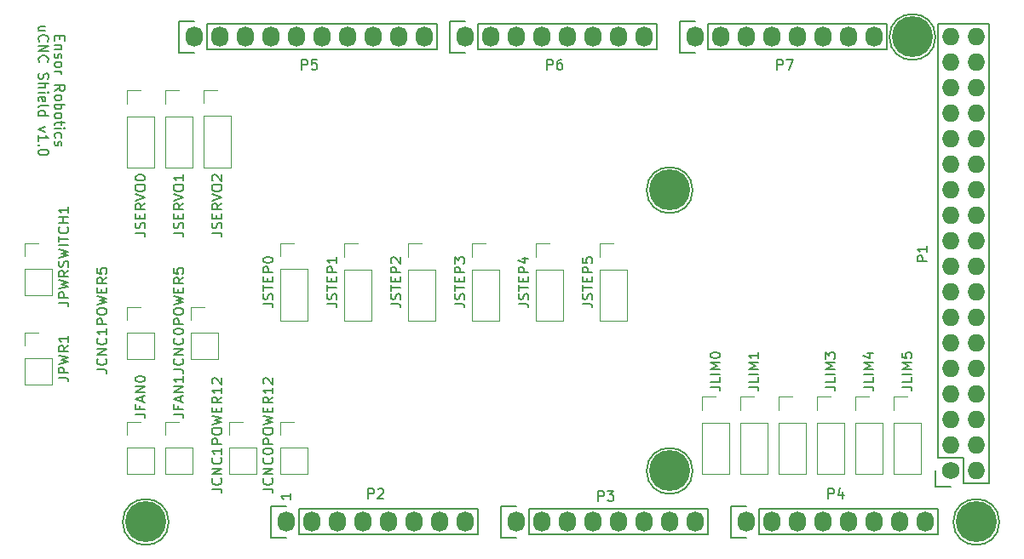
<source format=gbr>
G04 #@! TF.GenerationSoftware,KiCad,Pcbnew,6.0.2+dfsg-1*
G04 #@! TF.CreationDate,2024-04-07T16:40:58-07:00*
G04 #@! TF.ProjectId,pcb,7063622e-6b69-4636-9164-5f7063625858,rev?*
G04 #@! TF.SameCoordinates,Original*
G04 #@! TF.FileFunction,Legend,Top*
G04 #@! TF.FilePolarity,Positive*
%FSLAX46Y46*%
G04 Gerber Fmt 4.6, Leading zero omitted, Abs format (unit mm)*
G04 Created by KiCad (PCBNEW 6.0.2+dfsg-1) date 2024-04-07 16:40:58*
%MOMM*%
%LPD*%
G01*
G04 APERTURE LIST*
%ADD10C,0.150000*%
%ADD11C,0.120000*%
%ADD12C,1.727200*%
%ADD13O,1.727200X1.727200*%
%ADD14O,1.727200X2.032000*%
%ADD15C,4.064000*%
G04 APERTURE END LIST*
D10*
X108826428Y-70771428D02*
X108826428Y-71104761D01*
X108302619Y-71247619D02*
X108302619Y-70771428D01*
X109302619Y-70771428D01*
X109302619Y-71247619D01*
X108969285Y-71676190D02*
X108302619Y-71676190D01*
X108874047Y-71676190D02*
X108921666Y-71723809D01*
X108969285Y-71819047D01*
X108969285Y-71961904D01*
X108921666Y-72057142D01*
X108826428Y-72104761D01*
X108302619Y-72104761D01*
X108350238Y-72533333D02*
X108302619Y-72628571D01*
X108302619Y-72819047D01*
X108350238Y-72914285D01*
X108445476Y-72961904D01*
X108493095Y-72961904D01*
X108588333Y-72914285D01*
X108635952Y-72819047D01*
X108635952Y-72676190D01*
X108683571Y-72580952D01*
X108778809Y-72533333D01*
X108826428Y-72533333D01*
X108921666Y-72580952D01*
X108969285Y-72676190D01*
X108969285Y-72819047D01*
X108921666Y-72914285D01*
X108302619Y-73533333D02*
X108350238Y-73438095D01*
X108397857Y-73390476D01*
X108493095Y-73342857D01*
X108778809Y-73342857D01*
X108874047Y-73390476D01*
X108921666Y-73438095D01*
X108969285Y-73533333D01*
X108969285Y-73676190D01*
X108921666Y-73771428D01*
X108874047Y-73819047D01*
X108778809Y-73866666D01*
X108493095Y-73866666D01*
X108397857Y-73819047D01*
X108350238Y-73771428D01*
X108302619Y-73676190D01*
X108302619Y-73533333D01*
X108302619Y-74295238D02*
X108969285Y-74295238D01*
X108778809Y-74295238D02*
X108874047Y-74342857D01*
X108921666Y-74390476D01*
X108969285Y-74485714D01*
X108969285Y-74580952D01*
X108302619Y-76247619D02*
X108778809Y-75914285D01*
X108302619Y-75676190D02*
X109302619Y-75676190D01*
X109302619Y-76057142D01*
X109255000Y-76152380D01*
X109207380Y-76200000D01*
X109112142Y-76247619D01*
X108969285Y-76247619D01*
X108874047Y-76200000D01*
X108826428Y-76152380D01*
X108778809Y-76057142D01*
X108778809Y-75676190D01*
X108302619Y-76819047D02*
X108350238Y-76723809D01*
X108397857Y-76676190D01*
X108493095Y-76628571D01*
X108778809Y-76628571D01*
X108874047Y-76676190D01*
X108921666Y-76723809D01*
X108969285Y-76819047D01*
X108969285Y-76961904D01*
X108921666Y-77057142D01*
X108874047Y-77104761D01*
X108778809Y-77152380D01*
X108493095Y-77152380D01*
X108397857Y-77104761D01*
X108350238Y-77057142D01*
X108302619Y-76961904D01*
X108302619Y-76819047D01*
X108302619Y-77580952D02*
X109302619Y-77580952D01*
X108921666Y-77580952D02*
X108969285Y-77676190D01*
X108969285Y-77866666D01*
X108921666Y-77961904D01*
X108874047Y-78009523D01*
X108778809Y-78057142D01*
X108493095Y-78057142D01*
X108397857Y-78009523D01*
X108350238Y-77961904D01*
X108302619Y-77866666D01*
X108302619Y-77676190D01*
X108350238Y-77580952D01*
X108302619Y-78628571D02*
X108350238Y-78533333D01*
X108397857Y-78485714D01*
X108493095Y-78438095D01*
X108778809Y-78438095D01*
X108874047Y-78485714D01*
X108921666Y-78533333D01*
X108969285Y-78628571D01*
X108969285Y-78771428D01*
X108921666Y-78866666D01*
X108874047Y-78914285D01*
X108778809Y-78961904D01*
X108493095Y-78961904D01*
X108397857Y-78914285D01*
X108350238Y-78866666D01*
X108302619Y-78771428D01*
X108302619Y-78628571D01*
X108969285Y-79247619D02*
X108969285Y-79628571D01*
X109302619Y-79390476D02*
X108445476Y-79390476D01*
X108350238Y-79438095D01*
X108302619Y-79533333D01*
X108302619Y-79628571D01*
X108302619Y-79961904D02*
X108969285Y-79961904D01*
X109302619Y-79961904D02*
X109255000Y-79914285D01*
X109207380Y-79961904D01*
X109255000Y-80009523D01*
X109302619Y-79961904D01*
X109207380Y-79961904D01*
X108350238Y-80866666D02*
X108302619Y-80771428D01*
X108302619Y-80580952D01*
X108350238Y-80485714D01*
X108397857Y-80438095D01*
X108493095Y-80390476D01*
X108778809Y-80390476D01*
X108874047Y-80438095D01*
X108921666Y-80485714D01*
X108969285Y-80580952D01*
X108969285Y-80771428D01*
X108921666Y-80866666D01*
X108350238Y-81247619D02*
X108302619Y-81342857D01*
X108302619Y-81533333D01*
X108350238Y-81628571D01*
X108445476Y-81676190D01*
X108493095Y-81676190D01*
X108588333Y-81628571D01*
X108635952Y-81533333D01*
X108635952Y-81390476D01*
X108683571Y-81295238D01*
X108778809Y-81247619D01*
X108826428Y-81247619D01*
X108921666Y-81295238D01*
X108969285Y-81390476D01*
X108969285Y-81533333D01*
X108921666Y-81628571D01*
X107359285Y-70247619D02*
X106692619Y-70247619D01*
X107359285Y-69819047D02*
X106835476Y-69819047D01*
X106740238Y-69866666D01*
X106692619Y-69961904D01*
X106692619Y-70104761D01*
X106740238Y-70200000D01*
X106787857Y-70247619D01*
X106787857Y-71295238D02*
X106740238Y-71247619D01*
X106692619Y-71104761D01*
X106692619Y-71009523D01*
X106740238Y-70866666D01*
X106835476Y-70771428D01*
X106930714Y-70723809D01*
X107121190Y-70676190D01*
X107264047Y-70676190D01*
X107454523Y-70723809D01*
X107549761Y-70771428D01*
X107645000Y-70866666D01*
X107692619Y-71009523D01*
X107692619Y-71104761D01*
X107645000Y-71247619D01*
X107597380Y-71295238D01*
X106692619Y-71723809D02*
X107692619Y-71723809D01*
X106692619Y-72295238D01*
X107692619Y-72295238D01*
X106787857Y-73342857D02*
X106740238Y-73295238D01*
X106692619Y-73152380D01*
X106692619Y-73057142D01*
X106740238Y-72914285D01*
X106835476Y-72819047D01*
X106930714Y-72771428D01*
X107121190Y-72723809D01*
X107264047Y-72723809D01*
X107454523Y-72771428D01*
X107549761Y-72819047D01*
X107645000Y-72914285D01*
X107692619Y-73057142D01*
X107692619Y-73152380D01*
X107645000Y-73295238D01*
X107597380Y-73342857D01*
X106740238Y-74485714D02*
X106692619Y-74628571D01*
X106692619Y-74866666D01*
X106740238Y-74961904D01*
X106787857Y-75009523D01*
X106883095Y-75057142D01*
X106978333Y-75057142D01*
X107073571Y-75009523D01*
X107121190Y-74961904D01*
X107168809Y-74866666D01*
X107216428Y-74676190D01*
X107264047Y-74580952D01*
X107311666Y-74533333D01*
X107406904Y-74485714D01*
X107502142Y-74485714D01*
X107597380Y-74533333D01*
X107645000Y-74580952D01*
X107692619Y-74676190D01*
X107692619Y-74914285D01*
X107645000Y-75057142D01*
X106692619Y-75485714D02*
X107692619Y-75485714D01*
X106692619Y-75914285D02*
X107216428Y-75914285D01*
X107311666Y-75866666D01*
X107359285Y-75771428D01*
X107359285Y-75628571D01*
X107311666Y-75533333D01*
X107264047Y-75485714D01*
X106692619Y-76390476D02*
X107359285Y-76390476D01*
X107692619Y-76390476D02*
X107645000Y-76342857D01*
X107597380Y-76390476D01*
X107645000Y-76438095D01*
X107692619Y-76390476D01*
X107597380Y-76390476D01*
X106740238Y-77247619D02*
X106692619Y-77152380D01*
X106692619Y-76961904D01*
X106740238Y-76866666D01*
X106835476Y-76819047D01*
X107216428Y-76819047D01*
X107311666Y-76866666D01*
X107359285Y-76961904D01*
X107359285Y-77152380D01*
X107311666Y-77247619D01*
X107216428Y-77295238D01*
X107121190Y-77295238D01*
X107025952Y-76819047D01*
X106692619Y-77866666D02*
X106740238Y-77771428D01*
X106835476Y-77723809D01*
X107692619Y-77723809D01*
X106692619Y-78676190D02*
X107692619Y-78676190D01*
X106740238Y-78676190D02*
X106692619Y-78580952D01*
X106692619Y-78390476D01*
X106740238Y-78295238D01*
X106787857Y-78247619D01*
X106883095Y-78200000D01*
X107168809Y-78200000D01*
X107264047Y-78247619D01*
X107311666Y-78295238D01*
X107359285Y-78390476D01*
X107359285Y-78580952D01*
X107311666Y-78676190D01*
X107359285Y-79819047D02*
X106692619Y-80057142D01*
X107359285Y-80295238D01*
X106692619Y-81200000D02*
X106692619Y-80628571D01*
X106692619Y-80914285D02*
X107692619Y-80914285D01*
X107549761Y-80819047D01*
X107454523Y-80723809D01*
X107406904Y-80628571D01*
X106787857Y-81628571D02*
X106740238Y-81676190D01*
X106692619Y-81628571D01*
X106740238Y-81580952D01*
X106787857Y-81628571D01*
X106692619Y-81628571D01*
X107692619Y-82295238D02*
X107692619Y-82390476D01*
X107645000Y-82485714D01*
X107597380Y-82533333D01*
X107502142Y-82580952D01*
X107311666Y-82628571D01*
X107073571Y-82628571D01*
X106883095Y-82580952D01*
X106787857Y-82533333D01*
X106740238Y-82485714D01*
X106692619Y-82390476D01*
X106692619Y-82295238D01*
X106740238Y-82200000D01*
X106787857Y-82152380D01*
X106883095Y-82104761D01*
X107073571Y-82057142D01*
X107311666Y-82057142D01*
X107502142Y-82104761D01*
X107597380Y-82152380D01*
X107645000Y-82200000D01*
X107692619Y-82295238D01*
X131770380Y-116300285D02*
X131770380Y-116871714D01*
X131770380Y-116586000D02*
X130770380Y-116586000D01*
X130913238Y-116681238D01*
X131008476Y-116776476D01*
X131056095Y-116871714D01*
X195016380Y-93194095D02*
X194016380Y-93194095D01*
X194016380Y-92813142D01*
X194064000Y-92717904D01*
X194111619Y-92670285D01*
X194206857Y-92622666D01*
X194349714Y-92622666D01*
X194444952Y-92670285D01*
X194492571Y-92717904D01*
X194540190Y-92813142D01*
X194540190Y-93194095D01*
X195016380Y-91670285D02*
X195016380Y-92241714D01*
X195016380Y-91956000D02*
X194016380Y-91956000D01*
X194159238Y-92051238D01*
X194254476Y-92146476D01*
X194302095Y-92241714D01*
X139469904Y-116784380D02*
X139469904Y-115784380D01*
X139850857Y-115784380D01*
X139946095Y-115832000D01*
X139993714Y-115879619D01*
X140041333Y-115974857D01*
X140041333Y-116117714D01*
X139993714Y-116212952D01*
X139946095Y-116260571D01*
X139850857Y-116308190D01*
X139469904Y-116308190D01*
X140422285Y-115879619D02*
X140469904Y-115832000D01*
X140565142Y-115784380D01*
X140803238Y-115784380D01*
X140898476Y-115832000D01*
X140946095Y-115879619D01*
X140993714Y-115974857D01*
X140993714Y-116070095D01*
X140946095Y-116212952D01*
X140374666Y-116784380D01*
X140993714Y-116784380D01*
X162329904Y-117038380D02*
X162329904Y-116038380D01*
X162710857Y-116038380D01*
X162806095Y-116086000D01*
X162853714Y-116133619D01*
X162901333Y-116228857D01*
X162901333Y-116371714D01*
X162853714Y-116466952D01*
X162806095Y-116514571D01*
X162710857Y-116562190D01*
X162329904Y-116562190D01*
X163234666Y-116038380D02*
X163853714Y-116038380D01*
X163520380Y-116419333D01*
X163663238Y-116419333D01*
X163758476Y-116466952D01*
X163806095Y-116514571D01*
X163853714Y-116609809D01*
X163853714Y-116847904D01*
X163806095Y-116943142D01*
X163758476Y-116990761D01*
X163663238Y-117038380D01*
X163377523Y-117038380D01*
X163282285Y-116990761D01*
X163234666Y-116943142D01*
X185189904Y-116784380D02*
X185189904Y-115784380D01*
X185570857Y-115784380D01*
X185666095Y-115832000D01*
X185713714Y-115879619D01*
X185761333Y-115974857D01*
X185761333Y-116117714D01*
X185713714Y-116212952D01*
X185666095Y-116260571D01*
X185570857Y-116308190D01*
X185189904Y-116308190D01*
X186618476Y-116117714D02*
X186618476Y-116784380D01*
X186380380Y-115736761D02*
X186142285Y-116451047D01*
X186761333Y-116451047D01*
X132865904Y-74112380D02*
X132865904Y-73112380D01*
X133246857Y-73112380D01*
X133342095Y-73160000D01*
X133389714Y-73207619D01*
X133437333Y-73302857D01*
X133437333Y-73445714D01*
X133389714Y-73540952D01*
X133342095Y-73588571D01*
X133246857Y-73636190D01*
X132865904Y-73636190D01*
X134342095Y-73112380D02*
X133865904Y-73112380D01*
X133818285Y-73588571D01*
X133865904Y-73540952D01*
X133961142Y-73493333D01*
X134199238Y-73493333D01*
X134294476Y-73540952D01*
X134342095Y-73588571D01*
X134389714Y-73683809D01*
X134389714Y-73921904D01*
X134342095Y-74017142D01*
X134294476Y-74064761D01*
X134199238Y-74112380D01*
X133961142Y-74112380D01*
X133865904Y-74064761D01*
X133818285Y-74017142D01*
X157249904Y-74112380D02*
X157249904Y-73112380D01*
X157630857Y-73112380D01*
X157726095Y-73160000D01*
X157773714Y-73207619D01*
X157821333Y-73302857D01*
X157821333Y-73445714D01*
X157773714Y-73540952D01*
X157726095Y-73588571D01*
X157630857Y-73636190D01*
X157249904Y-73636190D01*
X158678476Y-73112380D02*
X158488000Y-73112380D01*
X158392761Y-73160000D01*
X158345142Y-73207619D01*
X158249904Y-73350476D01*
X158202285Y-73540952D01*
X158202285Y-73921904D01*
X158249904Y-74017142D01*
X158297523Y-74064761D01*
X158392761Y-74112380D01*
X158583238Y-74112380D01*
X158678476Y-74064761D01*
X158726095Y-74017142D01*
X158773714Y-73921904D01*
X158773714Y-73683809D01*
X158726095Y-73588571D01*
X158678476Y-73540952D01*
X158583238Y-73493333D01*
X158392761Y-73493333D01*
X158297523Y-73540952D01*
X158249904Y-73588571D01*
X158202285Y-73683809D01*
X180109904Y-74112380D02*
X180109904Y-73112380D01*
X180490857Y-73112380D01*
X180586095Y-73160000D01*
X180633714Y-73207619D01*
X180681333Y-73302857D01*
X180681333Y-73445714D01*
X180633714Y-73540952D01*
X180586095Y-73588571D01*
X180490857Y-73636190D01*
X180109904Y-73636190D01*
X181014666Y-73112380D02*
X181681333Y-73112380D01*
X181252761Y-74112380D01*
X128992380Y-97392857D02*
X129706666Y-97392857D01*
X129849523Y-97440476D01*
X129944761Y-97535714D01*
X129992380Y-97678571D01*
X129992380Y-97773809D01*
X129944761Y-96964285D02*
X129992380Y-96821428D01*
X129992380Y-96583333D01*
X129944761Y-96488095D01*
X129897142Y-96440476D01*
X129801904Y-96392857D01*
X129706666Y-96392857D01*
X129611428Y-96440476D01*
X129563809Y-96488095D01*
X129516190Y-96583333D01*
X129468571Y-96773809D01*
X129420952Y-96869047D01*
X129373333Y-96916666D01*
X129278095Y-96964285D01*
X129182857Y-96964285D01*
X129087619Y-96916666D01*
X129040000Y-96869047D01*
X128992380Y-96773809D01*
X128992380Y-96535714D01*
X129040000Y-96392857D01*
X128992380Y-96107142D02*
X128992380Y-95535714D01*
X129992380Y-95821428D02*
X128992380Y-95821428D01*
X129468571Y-95202380D02*
X129468571Y-94869047D01*
X129992380Y-94726190D02*
X129992380Y-95202380D01*
X128992380Y-95202380D01*
X128992380Y-94726190D01*
X129992380Y-94297619D02*
X128992380Y-94297619D01*
X128992380Y-93916666D01*
X129040000Y-93821428D01*
X129087619Y-93773809D01*
X129182857Y-93726190D01*
X129325714Y-93726190D01*
X129420952Y-93773809D01*
X129468571Y-93821428D01*
X129516190Y-93916666D01*
X129516190Y-94297619D01*
X128992380Y-93107142D02*
X128992380Y-93011904D01*
X129040000Y-92916666D01*
X129087619Y-92869047D01*
X129182857Y-92821428D01*
X129373333Y-92773809D01*
X129611428Y-92773809D01*
X129801904Y-92821428D01*
X129897142Y-92869047D01*
X129944761Y-92916666D01*
X129992380Y-93011904D01*
X129992380Y-93107142D01*
X129944761Y-93202380D01*
X129897142Y-93250000D01*
X129801904Y-93297619D01*
X129611428Y-93345238D01*
X129373333Y-93345238D01*
X129182857Y-93297619D01*
X129087619Y-93250000D01*
X129040000Y-93202380D01*
X128992380Y-93107142D01*
X177252380Y-105687619D02*
X177966666Y-105687619D01*
X178109523Y-105735238D01*
X178204761Y-105830476D01*
X178252380Y-105973333D01*
X178252380Y-106068571D01*
X178252380Y-104735238D02*
X178252380Y-105211428D01*
X177252380Y-105211428D01*
X178252380Y-104401904D02*
X177252380Y-104401904D01*
X178252380Y-103925714D02*
X177252380Y-103925714D01*
X177966666Y-103592380D01*
X177252380Y-103259047D01*
X178252380Y-103259047D01*
X178252380Y-102259047D02*
X178252380Y-102830476D01*
X178252380Y-102544761D02*
X177252380Y-102544761D01*
X177395238Y-102640000D01*
X177490476Y-102735238D01*
X177538095Y-102830476D01*
X120102380Y-108394285D02*
X120816666Y-108394285D01*
X120959523Y-108441904D01*
X121054761Y-108537142D01*
X121102380Y-108680000D01*
X121102380Y-108775238D01*
X120578571Y-107584761D02*
X120578571Y-107918095D01*
X121102380Y-107918095D02*
X120102380Y-107918095D01*
X120102380Y-107441904D01*
X120816666Y-107108571D02*
X120816666Y-106632380D01*
X121102380Y-107203809D02*
X120102380Y-106870476D01*
X121102380Y-106537142D01*
X121102380Y-106203809D02*
X120102380Y-106203809D01*
X121102380Y-105632380D01*
X120102380Y-105632380D01*
X121102380Y-104632380D02*
X121102380Y-105203809D01*
X121102380Y-104918095D02*
X120102380Y-104918095D01*
X120245238Y-105013333D01*
X120340476Y-105108571D01*
X120388095Y-105203809D01*
X184872380Y-105687619D02*
X185586666Y-105687619D01*
X185729523Y-105735238D01*
X185824761Y-105830476D01*
X185872380Y-105973333D01*
X185872380Y-106068571D01*
X185872380Y-104735238D02*
X185872380Y-105211428D01*
X184872380Y-105211428D01*
X185872380Y-104401904D02*
X184872380Y-104401904D01*
X185872380Y-103925714D02*
X184872380Y-103925714D01*
X185586666Y-103592380D01*
X184872380Y-103259047D01*
X185872380Y-103259047D01*
X184872380Y-102878095D02*
X184872380Y-102259047D01*
X185253333Y-102592380D01*
X185253333Y-102449523D01*
X185300952Y-102354285D01*
X185348571Y-102306666D01*
X185443809Y-102259047D01*
X185681904Y-102259047D01*
X185777142Y-102306666D01*
X185824761Y-102354285D01*
X185872380Y-102449523D01*
X185872380Y-102735238D01*
X185824761Y-102830476D01*
X185777142Y-102878095D01*
X123912380Y-115847142D02*
X124626666Y-115847142D01*
X124769523Y-115894761D01*
X124864761Y-115990000D01*
X124912380Y-116132857D01*
X124912380Y-116228095D01*
X124817142Y-114799523D02*
X124864761Y-114847142D01*
X124912380Y-114990000D01*
X124912380Y-115085238D01*
X124864761Y-115228095D01*
X124769523Y-115323333D01*
X124674285Y-115370952D01*
X124483809Y-115418571D01*
X124340952Y-115418571D01*
X124150476Y-115370952D01*
X124055238Y-115323333D01*
X123960000Y-115228095D01*
X123912380Y-115085238D01*
X123912380Y-114990000D01*
X123960000Y-114847142D01*
X124007619Y-114799523D01*
X124912380Y-114370952D02*
X123912380Y-114370952D01*
X124912380Y-113799523D01*
X123912380Y-113799523D01*
X124817142Y-112751904D02*
X124864761Y-112799523D01*
X124912380Y-112942380D01*
X124912380Y-113037619D01*
X124864761Y-113180476D01*
X124769523Y-113275714D01*
X124674285Y-113323333D01*
X124483809Y-113370952D01*
X124340952Y-113370952D01*
X124150476Y-113323333D01*
X124055238Y-113275714D01*
X123960000Y-113180476D01*
X123912380Y-113037619D01*
X123912380Y-112942380D01*
X123960000Y-112799523D01*
X124007619Y-112751904D01*
X124912380Y-111799523D02*
X124912380Y-112370952D01*
X124912380Y-112085238D02*
X123912380Y-112085238D01*
X124055238Y-112180476D01*
X124150476Y-112275714D01*
X124198095Y-112370952D01*
X124912380Y-111370952D02*
X123912380Y-111370952D01*
X123912380Y-110990000D01*
X123960000Y-110894761D01*
X124007619Y-110847142D01*
X124102857Y-110799523D01*
X124245714Y-110799523D01*
X124340952Y-110847142D01*
X124388571Y-110894761D01*
X124436190Y-110990000D01*
X124436190Y-111370952D01*
X123912380Y-110180476D02*
X123912380Y-109990000D01*
X123960000Y-109894761D01*
X124055238Y-109799523D01*
X124245714Y-109751904D01*
X124579047Y-109751904D01*
X124769523Y-109799523D01*
X124864761Y-109894761D01*
X124912380Y-109990000D01*
X124912380Y-110180476D01*
X124864761Y-110275714D01*
X124769523Y-110370952D01*
X124579047Y-110418571D01*
X124245714Y-110418571D01*
X124055238Y-110370952D01*
X123960000Y-110275714D01*
X123912380Y-110180476D01*
X123912380Y-109418571D02*
X124912380Y-109180476D01*
X124198095Y-108990000D01*
X124912380Y-108799523D01*
X123912380Y-108561428D01*
X124388571Y-108180476D02*
X124388571Y-107847142D01*
X124912380Y-107704285D02*
X124912380Y-108180476D01*
X123912380Y-108180476D01*
X123912380Y-107704285D01*
X124912380Y-106704285D02*
X124436190Y-107037619D01*
X124912380Y-107275714D02*
X123912380Y-107275714D01*
X123912380Y-106894761D01*
X123960000Y-106799523D01*
X124007619Y-106751904D01*
X124102857Y-106704285D01*
X124245714Y-106704285D01*
X124340952Y-106751904D01*
X124388571Y-106799523D01*
X124436190Y-106894761D01*
X124436190Y-107275714D01*
X124912380Y-105751904D02*
X124912380Y-106323333D01*
X124912380Y-106037619D02*
X123912380Y-106037619D01*
X124055238Y-106132857D01*
X124150476Y-106228095D01*
X124198095Y-106323333D01*
X124007619Y-105370952D02*
X123960000Y-105323333D01*
X123912380Y-105228095D01*
X123912380Y-104990000D01*
X123960000Y-104894761D01*
X124007619Y-104847142D01*
X124102857Y-104799523D01*
X124198095Y-104799523D01*
X124340952Y-104847142D01*
X124912380Y-105418571D01*
X124912380Y-104799523D01*
X160742380Y-97407857D02*
X161456666Y-97407857D01*
X161599523Y-97455476D01*
X161694761Y-97550714D01*
X161742380Y-97693571D01*
X161742380Y-97788809D01*
X161694761Y-96979285D02*
X161742380Y-96836428D01*
X161742380Y-96598333D01*
X161694761Y-96503095D01*
X161647142Y-96455476D01*
X161551904Y-96407857D01*
X161456666Y-96407857D01*
X161361428Y-96455476D01*
X161313809Y-96503095D01*
X161266190Y-96598333D01*
X161218571Y-96788809D01*
X161170952Y-96884047D01*
X161123333Y-96931666D01*
X161028095Y-96979285D01*
X160932857Y-96979285D01*
X160837619Y-96931666D01*
X160790000Y-96884047D01*
X160742380Y-96788809D01*
X160742380Y-96550714D01*
X160790000Y-96407857D01*
X160742380Y-96122142D02*
X160742380Y-95550714D01*
X161742380Y-95836428D02*
X160742380Y-95836428D01*
X161218571Y-95217380D02*
X161218571Y-94884047D01*
X161742380Y-94741190D02*
X161742380Y-95217380D01*
X160742380Y-95217380D01*
X160742380Y-94741190D01*
X161742380Y-94312619D02*
X160742380Y-94312619D01*
X160742380Y-93931666D01*
X160790000Y-93836428D01*
X160837619Y-93788809D01*
X160932857Y-93741190D01*
X161075714Y-93741190D01*
X161170952Y-93788809D01*
X161218571Y-93836428D01*
X161266190Y-93931666D01*
X161266190Y-94312619D01*
X160742380Y-92836428D02*
X160742380Y-93312619D01*
X161218571Y-93360238D01*
X161170952Y-93312619D01*
X161123333Y-93217380D01*
X161123333Y-92979285D01*
X161170952Y-92884047D01*
X161218571Y-92836428D01*
X161313809Y-92788809D01*
X161551904Y-92788809D01*
X161647142Y-92836428D01*
X161694761Y-92884047D01*
X161742380Y-92979285D01*
X161742380Y-93217380D01*
X161694761Y-93312619D01*
X161647142Y-93360238D01*
X120102380Y-103940952D02*
X120816666Y-103940952D01*
X120959523Y-103988571D01*
X121054761Y-104083809D01*
X121102380Y-104226666D01*
X121102380Y-104321904D01*
X121007142Y-102893333D02*
X121054761Y-102940952D01*
X121102380Y-103083809D01*
X121102380Y-103179047D01*
X121054761Y-103321904D01*
X120959523Y-103417142D01*
X120864285Y-103464761D01*
X120673809Y-103512380D01*
X120530952Y-103512380D01*
X120340476Y-103464761D01*
X120245238Y-103417142D01*
X120150000Y-103321904D01*
X120102380Y-103179047D01*
X120102380Y-103083809D01*
X120150000Y-102940952D01*
X120197619Y-102893333D01*
X121102380Y-102464761D02*
X120102380Y-102464761D01*
X121102380Y-101893333D01*
X120102380Y-101893333D01*
X121007142Y-100845714D02*
X121054761Y-100893333D01*
X121102380Y-101036190D01*
X121102380Y-101131428D01*
X121054761Y-101274285D01*
X120959523Y-101369523D01*
X120864285Y-101417142D01*
X120673809Y-101464761D01*
X120530952Y-101464761D01*
X120340476Y-101417142D01*
X120245238Y-101369523D01*
X120150000Y-101274285D01*
X120102380Y-101131428D01*
X120102380Y-101036190D01*
X120150000Y-100893333D01*
X120197619Y-100845714D01*
X120102380Y-100226666D02*
X120102380Y-100131428D01*
X120150000Y-100036190D01*
X120197619Y-99988571D01*
X120292857Y-99940952D01*
X120483333Y-99893333D01*
X120721428Y-99893333D01*
X120911904Y-99940952D01*
X121007142Y-99988571D01*
X121054761Y-100036190D01*
X121102380Y-100131428D01*
X121102380Y-100226666D01*
X121054761Y-100321904D01*
X121007142Y-100369523D01*
X120911904Y-100417142D01*
X120721428Y-100464761D01*
X120483333Y-100464761D01*
X120292857Y-100417142D01*
X120197619Y-100369523D01*
X120150000Y-100321904D01*
X120102380Y-100226666D01*
X121102380Y-99464761D02*
X120102380Y-99464761D01*
X120102380Y-99083809D01*
X120150000Y-98988571D01*
X120197619Y-98940952D01*
X120292857Y-98893333D01*
X120435714Y-98893333D01*
X120530952Y-98940952D01*
X120578571Y-98988571D01*
X120626190Y-99083809D01*
X120626190Y-99464761D01*
X120102380Y-98274285D02*
X120102380Y-98083809D01*
X120150000Y-97988571D01*
X120245238Y-97893333D01*
X120435714Y-97845714D01*
X120769047Y-97845714D01*
X120959523Y-97893333D01*
X121054761Y-97988571D01*
X121102380Y-98083809D01*
X121102380Y-98274285D01*
X121054761Y-98369523D01*
X120959523Y-98464761D01*
X120769047Y-98512380D01*
X120435714Y-98512380D01*
X120245238Y-98464761D01*
X120150000Y-98369523D01*
X120102380Y-98274285D01*
X120102380Y-97512380D02*
X121102380Y-97274285D01*
X120388095Y-97083809D01*
X121102380Y-96893333D01*
X120102380Y-96655238D01*
X120578571Y-96274285D02*
X120578571Y-95940952D01*
X121102380Y-95798095D02*
X121102380Y-96274285D01*
X120102380Y-96274285D01*
X120102380Y-95798095D01*
X121102380Y-94798095D02*
X120626190Y-95131428D01*
X121102380Y-95369523D02*
X120102380Y-95369523D01*
X120102380Y-94988571D01*
X120150000Y-94893333D01*
X120197619Y-94845714D01*
X120292857Y-94798095D01*
X120435714Y-94798095D01*
X120530952Y-94845714D01*
X120578571Y-94893333D01*
X120626190Y-94988571D01*
X120626190Y-95369523D01*
X120102380Y-93893333D02*
X120102380Y-94369523D01*
X120578571Y-94417142D01*
X120530952Y-94369523D01*
X120483333Y-94274285D01*
X120483333Y-94036190D01*
X120530952Y-93940952D01*
X120578571Y-93893333D01*
X120673809Y-93845714D01*
X120911904Y-93845714D01*
X121007142Y-93893333D01*
X121054761Y-93940952D01*
X121102380Y-94036190D01*
X121102380Y-94274285D01*
X121054761Y-94369523D01*
X121007142Y-94417142D01*
X123912380Y-90344285D02*
X124626666Y-90344285D01*
X124769523Y-90391904D01*
X124864761Y-90487142D01*
X124912380Y-90630000D01*
X124912380Y-90725238D01*
X124864761Y-89915714D02*
X124912380Y-89772857D01*
X124912380Y-89534761D01*
X124864761Y-89439523D01*
X124817142Y-89391904D01*
X124721904Y-89344285D01*
X124626666Y-89344285D01*
X124531428Y-89391904D01*
X124483809Y-89439523D01*
X124436190Y-89534761D01*
X124388571Y-89725238D01*
X124340952Y-89820476D01*
X124293333Y-89868095D01*
X124198095Y-89915714D01*
X124102857Y-89915714D01*
X124007619Y-89868095D01*
X123960000Y-89820476D01*
X123912380Y-89725238D01*
X123912380Y-89487142D01*
X123960000Y-89344285D01*
X124388571Y-88915714D02*
X124388571Y-88582380D01*
X124912380Y-88439523D02*
X124912380Y-88915714D01*
X123912380Y-88915714D01*
X123912380Y-88439523D01*
X124912380Y-87439523D02*
X124436190Y-87772857D01*
X124912380Y-88010952D02*
X123912380Y-88010952D01*
X123912380Y-87630000D01*
X123960000Y-87534761D01*
X124007619Y-87487142D01*
X124102857Y-87439523D01*
X124245714Y-87439523D01*
X124340952Y-87487142D01*
X124388571Y-87534761D01*
X124436190Y-87630000D01*
X124436190Y-88010952D01*
X123912380Y-87153809D02*
X124912380Y-86820476D01*
X123912380Y-86487142D01*
X123912380Y-85963333D02*
X123912380Y-85772857D01*
X123960000Y-85677619D01*
X124055238Y-85582380D01*
X124245714Y-85534761D01*
X124579047Y-85534761D01*
X124769523Y-85582380D01*
X124864761Y-85677619D01*
X124912380Y-85772857D01*
X124912380Y-85963333D01*
X124864761Y-86058571D01*
X124769523Y-86153809D01*
X124579047Y-86201428D01*
X124245714Y-86201428D01*
X124055238Y-86153809D01*
X123960000Y-86058571D01*
X123912380Y-85963333D01*
X124007619Y-85153809D02*
X123960000Y-85106190D01*
X123912380Y-85010952D01*
X123912380Y-84772857D01*
X123960000Y-84677619D01*
X124007619Y-84630000D01*
X124102857Y-84582380D01*
X124198095Y-84582380D01*
X124340952Y-84630000D01*
X124912380Y-85201428D01*
X124912380Y-84582380D01*
X188682380Y-105687619D02*
X189396666Y-105687619D01*
X189539523Y-105735238D01*
X189634761Y-105830476D01*
X189682380Y-105973333D01*
X189682380Y-106068571D01*
X189682380Y-104735238D02*
X189682380Y-105211428D01*
X188682380Y-105211428D01*
X189682380Y-104401904D02*
X188682380Y-104401904D01*
X189682380Y-103925714D02*
X188682380Y-103925714D01*
X189396666Y-103592380D01*
X188682380Y-103259047D01*
X189682380Y-103259047D01*
X189015714Y-102354285D02*
X189682380Y-102354285D01*
X188634761Y-102592380D02*
X189349047Y-102830476D01*
X189349047Y-102211428D01*
X108672380Y-104774761D02*
X109386666Y-104774761D01*
X109529523Y-104822380D01*
X109624761Y-104917619D01*
X109672380Y-105060476D01*
X109672380Y-105155714D01*
X109672380Y-104298571D02*
X108672380Y-104298571D01*
X108672380Y-103917619D01*
X108720000Y-103822380D01*
X108767619Y-103774761D01*
X108862857Y-103727142D01*
X109005714Y-103727142D01*
X109100952Y-103774761D01*
X109148571Y-103822380D01*
X109196190Y-103917619D01*
X109196190Y-104298571D01*
X108672380Y-103393809D02*
X109672380Y-103155714D01*
X108958095Y-102965238D01*
X109672380Y-102774761D01*
X108672380Y-102536666D01*
X109672380Y-101584285D02*
X109196190Y-101917619D01*
X109672380Y-102155714D02*
X108672380Y-102155714D01*
X108672380Y-101774761D01*
X108720000Y-101679523D01*
X108767619Y-101631904D01*
X108862857Y-101584285D01*
X109005714Y-101584285D01*
X109100952Y-101631904D01*
X109148571Y-101679523D01*
X109196190Y-101774761D01*
X109196190Y-102155714D01*
X109672380Y-100631904D02*
X109672380Y-101203333D01*
X109672380Y-100917619D02*
X108672380Y-100917619D01*
X108815238Y-101012857D01*
X108910476Y-101108095D01*
X108958095Y-101203333D01*
X120102380Y-90344285D02*
X120816666Y-90344285D01*
X120959523Y-90391904D01*
X121054761Y-90487142D01*
X121102380Y-90630000D01*
X121102380Y-90725238D01*
X121054761Y-89915714D02*
X121102380Y-89772857D01*
X121102380Y-89534761D01*
X121054761Y-89439523D01*
X121007142Y-89391904D01*
X120911904Y-89344285D01*
X120816666Y-89344285D01*
X120721428Y-89391904D01*
X120673809Y-89439523D01*
X120626190Y-89534761D01*
X120578571Y-89725238D01*
X120530952Y-89820476D01*
X120483333Y-89868095D01*
X120388095Y-89915714D01*
X120292857Y-89915714D01*
X120197619Y-89868095D01*
X120150000Y-89820476D01*
X120102380Y-89725238D01*
X120102380Y-89487142D01*
X120150000Y-89344285D01*
X120578571Y-88915714D02*
X120578571Y-88582380D01*
X121102380Y-88439523D02*
X121102380Y-88915714D01*
X120102380Y-88915714D01*
X120102380Y-88439523D01*
X121102380Y-87439523D02*
X120626190Y-87772857D01*
X121102380Y-88010952D02*
X120102380Y-88010952D01*
X120102380Y-87630000D01*
X120150000Y-87534761D01*
X120197619Y-87487142D01*
X120292857Y-87439523D01*
X120435714Y-87439523D01*
X120530952Y-87487142D01*
X120578571Y-87534761D01*
X120626190Y-87630000D01*
X120626190Y-88010952D01*
X120102380Y-87153809D02*
X121102380Y-86820476D01*
X120102380Y-86487142D01*
X120102380Y-85963333D02*
X120102380Y-85772857D01*
X120150000Y-85677619D01*
X120245238Y-85582380D01*
X120435714Y-85534761D01*
X120769047Y-85534761D01*
X120959523Y-85582380D01*
X121054761Y-85677619D01*
X121102380Y-85772857D01*
X121102380Y-85963333D01*
X121054761Y-86058571D01*
X120959523Y-86153809D01*
X120769047Y-86201428D01*
X120435714Y-86201428D01*
X120245238Y-86153809D01*
X120150000Y-86058571D01*
X120102380Y-85963333D01*
X121102380Y-84582380D02*
X121102380Y-85153809D01*
X121102380Y-84868095D02*
X120102380Y-84868095D01*
X120245238Y-84963333D01*
X120340476Y-85058571D01*
X120388095Y-85153809D01*
X135342380Y-97392857D02*
X136056666Y-97392857D01*
X136199523Y-97440476D01*
X136294761Y-97535714D01*
X136342380Y-97678571D01*
X136342380Y-97773809D01*
X136294761Y-96964285D02*
X136342380Y-96821428D01*
X136342380Y-96583333D01*
X136294761Y-96488095D01*
X136247142Y-96440476D01*
X136151904Y-96392857D01*
X136056666Y-96392857D01*
X135961428Y-96440476D01*
X135913809Y-96488095D01*
X135866190Y-96583333D01*
X135818571Y-96773809D01*
X135770952Y-96869047D01*
X135723333Y-96916666D01*
X135628095Y-96964285D01*
X135532857Y-96964285D01*
X135437619Y-96916666D01*
X135390000Y-96869047D01*
X135342380Y-96773809D01*
X135342380Y-96535714D01*
X135390000Y-96392857D01*
X135342380Y-96107142D02*
X135342380Y-95535714D01*
X136342380Y-95821428D02*
X135342380Y-95821428D01*
X135818571Y-95202380D02*
X135818571Y-94869047D01*
X136342380Y-94726190D02*
X136342380Y-95202380D01*
X135342380Y-95202380D01*
X135342380Y-94726190D01*
X136342380Y-94297619D02*
X135342380Y-94297619D01*
X135342380Y-93916666D01*
X135390000Y-93821428D01*
X135437619Y-93773809D01*
X135532857Y-93726190D01*
X135675714Y-93726190D01*
X135770952Y-93773809D01*
X135818571Y-93821428D01*
X135866190Y-93916666D01*
X135866190Y-94297619D01*
X136342380Y-92773809D02*
X136342380Y-93345238D01*
X136342380Y-93059523D02*
X135342380Y-93059523D01*
X135485238Y-93154761D01*
X135580476Y-93250000D01*
X135628095Y-93345238D01*
X128992380Y-115847142D02*
X129706666Y-115847142D01*
X129849523Y-115894761D01*
X129944761Y-115990000D01*
X129992380Y-116132857D01*
X129992380Y-116228095D01*
X129897142Y-114799523D02*
X129944761Y-114847142D01*
X129992380Y-114990000D01*
X129992380Y-115085238D01*
X129944761Y-115228095D01*
X129849523Y-115323333D01*
X129754285Y-115370952D01*
X129563809Y-115418571D01*
X129420952Y-115418571D01*
X129230476Y-115370952D01*
X129135238Y-115323333D01*
X129040000Y-115228095D01*
X128992380Y-115085238D01*
X128992380Y-114990000D01*
X129040000Y-114847142D01*
X129087619Y-114799523D01*
X129992380Y-114370952D02*
X128992380Y-114370952D01*
X129992380Y-113799523D01*
X128992380Y-113799523D01*
X129897142Y-112751904D02*
X129944761Y-112799523D01*
X129992380Y-112942380D01*
X129992380Y-113037619D01*
X129944761Y-113180476D01*
X129849523Y-113275714D01*
X129754285Y-113323333D01*
X129563809Y-113370952D01*
X129420952Y-113370952D01*
X129230476Y-113323333D01*
X129135238Y-113275714D01*
X129040000Y-113180476D01*
X128992380Y-113037619D01*
X128992380Y-112942380D01*
X129040000Y-112799523D01*
X129087619Y-112751904D01*
X128992380Y-112132857D02*
X128992380Y-112037619D01*
X129040000Y-111942380D01*
X129087619Y-111894761D01*
X129182857Y-111847142D01*
X129373333Y-111799523D01*
X129611428Y-111799523D01*
X129801904Y-111847142D01*
X129897142Y-111894761D01*
X129944761Y-111942380D01*
X129992380Y-112037619D01*
X129992380Y-112132857D01*
X129944761Y-112228095D01*
X129897142Y-112275714D01*
X129801904Y-112323333D01*
X129611428Y-112370952D01*
X129373333Y-112370952D01*
X129182857Y-112323333D01*
X129087619Y-112275714D01*
X129040000Y-112228095D01*
X128992380Y-112132857D01*
X129992380Y-111370952D02*
X128992380Y-111370952D01*
X128992380Y-110990000D01*
X129040000Y-110894761D01*
X129087619Y-110847142D01*
X129182857Y-110799523D01*
X129325714Y-110799523D01*
X129420952Y-110847142D01*
X129468571Y-110894761D01*
X129516190Y-110990000D01*
X129516190Y-111370952D01*
X128992380Y-110180476D02*
X128992380Y-109990000D01*
X129040000Y-109894761D01*
X129135238Y-109799523D01*
X129325714Y-109751904D01*
X129659047Y-109751904D01*
X129849523Y-109799523D01*
X129944761Y-109894761D01*
X129992380Y-109990000D01*
X129992380Y-110180476D01*
X129944761Y-110275714D01*
X129849523Y-110370952D01*
X129659047Y-110418571D01*
X129325714Y-110418571D01*
X129135238Y-110370952D01*
X129040000Y-110275714D01*
X128992380Y-110180476D01*
X128992380Y-109418571D02*
X129992380Y-109180476D01*
X129278095Y-108990000D01*
X129992380Y-108799523D01*
X128992380Y-108561428D01*
X129468571Y-108180476D02*
X129468571Y-107847142D01*
X129992380Y-107704285D02*
X129992380Y-108180476D01*
X128992380Y-108180476D01*
X128992380Y-107704285D01*
X129992380Y-106704285D02*
X129516190Y-107037619D01*
X129992380Y-107275714D02*
X128992380Y-107275714D01*
X128992380Y-106894761D01*
X129040000Y-106799523D01*
X129087619Y-106751904D01*
X129182857Y-106704285D01*
X129325714Y-106704285D01*
X129420952Y-106751904D01*
X129468571Y-106799523D01*
X129516190Y-106894761D01*
X129516190Y-107275714D01*
X129992380Y-105751904D02*
X129992380Y-106323333D01*
X129992380Y-106037619D02*
X128992380Y-106037619D01*
X129135238Y-106132857D01*
X129230476Y-106228095D01*
X129278095Y-106323333D01*
X129087619Y-105370952D02*
X129040000Y-105323333D01*
X128992380Y-105228095D01*
X128992380Y-104990000D01*
X129040000Y-104894761D01*
X129087619Y-104847142D01*
X129182857Y-104799523D01*
X129278095Y-104799523D01*
X129420952Y-104847142D01*
X129992380Y-105418571D01*
X129992380Y-104799523D01*
X148042380Y-97407857D02*
X148756666Y-97407857D01*
X148899523Y-97455476D01*
X148994761Y-97550714D01*
X149042380Y-97693571D01*
X149042380Y-97788809D01*
X148994761Y-96979285D02*
X149042380Y-96836428D01*
X149042380Y-96598333D01*
X148994761Y-96503095D01*
X148947142Y-96455476D01*
X148851904Y-96407857D01*
X148756666Y-96407857D01*
X148661428Y-96455476D01*
X148613809Y-96503095D01*
X148566190Y-96598333D01*
X148518571Y-96788809D01*
X148470952Y-96884047D01*
X148423333Y-96931666D01*
X148328095Y-96979285D01*
X148232857Y-96979285D01*
X148137619Y-96931666D01*
X148090000Y-96884047D01*
X148042380Y-96788809D01*
X148042380Y-96550714D01*
X148090000Y-96407857D01*
X148042380Y-96122142D02*
X148042380Y-95550714D01*
X149042380Y-95836428D02*
X148042380Y-95836428D01*
X148518571Y-95217380D02*
X148518571Y-94884047D01*
X149042380Y-94741190D02*
X149042380Y-95217380D01*
X148042380Y-95217380D01*
X148042380Y-94741190D01*
X149042380Y-94312619D02*
X148042380Y-94312619D01*
X148042380Y-93931666D01*
X148090000Y-93836428D01*
X148137619Y-93788809D01*
X148232857Y-93741190D01*
X148375714Y-93741190D01*
X148470952Y-93788809D01*
X148518571Y-93836428D01*
X148566190Y-93931666D01*
X148566190Y-94312619D01*
X148042380Y-93407857D02*
X148042380Y-92788809D01*
X148423333Y-93122142D01*
X148423333Y-92979285D01*
X148470952Y-92884047D01*
X148518571Y-92836428D01*
X148613809Y-92788809D01*
X148851904Y-92788809D01*
X148947142Y-92836428D01*
X148994761Y-92884047D01*
X149042380Y-92979285D01*
X149042380Y-93265000D01*
X148994761Y-93360238D01*
X148947142Y-93407857D01*
X192492380Y-105687619D02*
X193206666Y-105687619D01*
X193349523Y-105735238D01*
X193444761Y-105830476D01*
X193492380Y-105973333D01*
X193492380Y-106068571D01*
X193492380Y-104735238D02*
X193492380Y-105211428D01*
X192492380Y-105211428D01*
X193492380Y-104401904D02*
X192492380Y-104401904D01*
X193492380Y-103925714D02*
X192492380Y-103925714D01*
X193206666Y-103592380D01*
X192492380Y-103259047D01*
X193492380Y-103259047D01*
X192492380Y-102306666D02*
X192492380Y-102782857D01*
X192968571Y-102830476D01*
X192920952Y-102782857D01*
X192873333Y-102687619D01*
X192873333Y-102449523D01*
X192920952Y-102354285D01*
X192968571Y-102306666D01*
X193063809Y-102259047D01*
X193301904Y-102259047D01*
X193397142Y-102306666D01*
X193444761Y-102354285D01*
X193492380Y-102449523D01*
X193492380Y-102687619D01*
X193444761Y-102782857D01*
X193397142Y-102830476D01*
X141692380Y-97407857D02*
X142406666Y-97407857D01*
X142549523Y-97455476D01*
X142644761Y-97550714D01*
X142692380Y-97693571D01*
X142692380Y-97788809D01*
X142644761Y-96979285D02*
X142692380Y-96836428D01*
X142692380Y-96598333D01*
X142644761Y-96503095D01*
X142597142Y-96455476D01*
X142501904Y-96407857D01*
X142406666Y-96407857D01*
X142311428Y-96455476D01*
X142263809Y-96503095D01*
X142216190Y-96598333D01*
X142168571Y-96788809D01*
X142120952Y-96884047D01*
X142073333Y-96931666D01*
X141978095Y-96979285D01*
X141882857Y-96979285D01*
X141787619Y-96931666D01*
X141740000Y-96884047D01*
X141692380Y-96788809D01*
X141692380Y-96550714D01*
X141740000Y-96407857D01*
X141692380Y-96122142D02*
X141692380Y-95550714D01*
X142692380Y-95836428D02*
X141692380Y-95836428D01*
X142168571Y-95217380D02*
X142168571Y-94884047D01*
X142692380Y-94741190D02*
X142692380Y-95217380D01*
X141692380Y-95217380D01*
X141692380Y-94741190D01*
X142692380Y-94312619D02*
X141692380Y-94312619D01*
X141692380Y-93931666D01*
X141740000Y-93836428D01*
X141787619Y-93788809D01*
X141882857Y-93741190D01*
X142025714Y-93741190D01*
X142120952Y-93788809D01*
X142168571Y-93836428D01*
X142216190Y-93931666D01*
X142216190Y-94312619D01*
X141787619Y-93360238D02*
X141740000Y-93312619D01*
X141692380Y-93217380D01*
X141692380Y-92979285D01*
X141740000Y-92884047D01*
X141787619Y-92836428D01*
X141882857Y-92788809D01*
X141978095Y-92788809D01*
X142120952Y-92836428D01*
X142692380Y-93407857D01*
X142692380Y-92788809D01*
X154392380Y-97407857D02*
X155106666Y-97407857D01*
X155249523Y-97455476D01*
X155344761Y-97550714D01*
X155392380Y-97693571D01*
X155392380Y-97788809D01*
X155344761Y-96979285D02*
X155392380Y-96836428D01*
X155392380Y-96598333D01*
X155344761Y-96503095D01*
X155297142Y-96455476D01*
X155201904Y-96407857D01*
X155106666Y-96407857D01*
X155011428Y-96455476D01*
X154963809Y-96503095D01*
X154916190Y-96598333D01*
X154868571Y-96788809D01*
X154820952Y-96884047D01*
X154773333Y-96931666D01*
X154678095Y-96979285D01*
X154582857Y-96979285D01*
X154487619Y-96931666D01*
X154440000Y-96884047D01*
X154392380Y-96788809D01*
X154392380Y-96550714D01*
X154440000Y-96407857D01*
X154392380Y-96122142D02*
X154392380Y-95550714D01*
X155392380Y-95836428D02*
X154392380Y-95836428D01*
X154868571Y-95217380D02*
X154868571Y-94884047D01*
X155392380Y-94741190D02*
X155392380Y-95217380D01*
X154392380Y-95217380D01*
X154392380Y-94741190D01*
X155392380Y-94312619D02*
X154392380Y-94312619D01*
X154392380Y-93931666D01*
X154440000Y-93836428D01*
X154487619Y-93788809D01*
X154582857Y-93741190D01*
X154725714Y-93741190D01*
X154820952Y-93788809D01*
X154868571Y-93836428D01*
X154916190Y-93931666D01*
X154916190Y-94312619D01*
X154725714Y-92884047D02*
X155392380Y-92884047D01*
X154344761Y-93122142D02*
X155059047Y-93360238D01*
X155059047Y-92741190D01*
X112482380Y-103940952D02*
X113196666Y-103940952D01*
X113339523Y-103988571D01*
X113434761Y-104083809D01*
X113482380Y-104226666D01*
X113482380Y-104321904D01*
X113387142Y-102893333D02*
X113434761Y-102940952D01*
X113482380Y-103083809D01*
X113482380Y-103179047D01*
X113434761Y-103321904D01*
X113339523Y-103417142D01*
X113244285Y-103464761D01*
X113053809Y-103512380D01*
X112910952Y-103512380D01*
X112720476Y-103464761D01*
X112625238Y-103417142D01*
X112530000Y-103321904D01*
X112482380Y-103179047D01*
X112482380Y-103083809D01*
X112530000Y-102940952D01*
X112577619Y-102893333D01*
X113482380Y-102464761D02*
X112482380Y-102464761D01*
X113482380Y-101893333D01*
X112482380Y-101893333D01*
X113387142Y-100845714D02*
X113434761Y-100893333D01*
X113482380Y-101036190D01*
X113482380Y-101131428D01*
X113434761Y-101274285D01*
X113339523Y-101369523D01*
X113244285Y-101417142D01*
X113053809Y-101464761D01*
X112910952Y-101464761D01*
X112720476Y-101417142D01*
X112625238Y-101369523D01*
X112530000Y-101274285D01*
X112482380Y-101131428D01*
X112482380Y-101036190D01*
X112530000Y-100893333D01*
X112577619Y-100845714D01*
X113482380Y-99893333D02*
X113482380Y-100464761D01*
X113482380Y-100179047D02*
X112482380Y-100179047D01*
X112625238Y-100274285D01*
X112720476Y-100369523D01*
X112768095Y-100464761D01*
X113482380Y-99464761D02*
X112482380Y-99464761D01*
X112482380Y-99083809D01*
X112530000Y-98988571D01*
X112577619Y-98940952D01*
X112672857Y-98893333D01*
X112815714Y-98893333D01*
X112910952Y-98940952D01*
X112958571Y-98988571D01*
X113006190Y-99083809D01*
X113006190Y-99464761D01*
X112482380Y-98274285D02*
X112482380Y-98083809D01*
X112530000Y-97988571D01*
X112625238Y-97893333D01*
X112815714Y-97845714D01*
X113149047Y-97845714D01*
X113339523Y-97893333D01*
X113434761Y-97988571D01*
X113482380Y-98083809D01*
X113482380Y-98274285D01*
X113434761Y-98369523D01*
X113339523Y-98464761D01*
X113149047Y-98512380D01*
X112815714Y-98512380D01*
X112625238Y-98464761D01*
X112530000Y-98369523D01*
X112482380Y-98274285D01*
X112482380Y-97512380D02*
X113482380Y-97274285D01*
X112768095Y-97083809D01*
X113482380Y-96893333D01*
X112482380Y-96655238D01*
X112958571Y-96274285D02*
X112958571Y-95940952D01*
X113482380Y-95798095D02*
X113482380Y-96274285D01*
X112482380Y-96274285D01*
X112482380Y-95798095D01*
X113482380Y-94798095D02*
X113006190Y-95131428D01*
X113482380Y-95369523D02*
X112482380Y-95369523D01*
X112482380Y-94988571D01*
X112530000Y-94893333D01*
X112577619Y-94845714D01*
X112672857Y-94798095D01*
X112815714Y-94798095D01*
X112910952Y-94845714D01*
X112958571Y-94893333D01*
X113006190Y-94988571D01*
X113006190Y-95369523D01*
X112482380Y-93893333D02*
X112482380Y-94369523D01*
X112958571Y-94417142D01*
X112910952Y-94369523D01*
X112863333Y-94274285D01*
X112863333Y-94036190D01*
X112910952Y-93940952D01*
X112958571Y-93893333D01*
X113053809Y-93845714D01*
X113291904Y-93845714D01*
X113387142Y-93893333D01*
X113434761Y-93940952D01*
X113482380Y-94036190D01*
X113482380Y-94274285D01*
X113434761Y-94369523D01*
X113387142Y-94417142D01*
X108672380Y-97305238D02*
X109386666Y-97305238D01*
X109529523Y-97352857D01*
X109624761Y-97448095D01*
X109672380Y-97590952D01*
X109672380Y-97686190D01*
X109672380Y-96829047D02*
X108672380Y-96829047D01*
X108672380Y-96448095D01*
X108720000Y-96352857D01*
X108767619Y-96305238D01*
X108862857Y-96257619D01*
X109005714Y-96257619D01*
X109100952Y-96305238D01*
X109148571Y-96352857D01*
X109196190Y-96448095D01*
X109196190Y-96829047D01*
X108672380Y-95924285D02*
X109672380Y-95686190D01*
X108958095Y-95495714D01*
X109672380Y-95305238D01*
X108672380Y-95067142D01*
X109672380Y-94114761D02*
X109196190Y-94448095D01*
X109672380Y-94686190D02*
X108672380Y-94686190D01*
X108672380Y-94305238D01*
X108720000Y-94210000D01*
X108767619Y-94162380D01*
X108862857Y-94114761D01*
X109005714Y-94114761D01*
X109100952Y-94162380D01*
X109148571Y-94210000D01*
X109196190Y-94305238D01*
X109196190Y-94686190D01*
X109624761Y-93733809D02*
X109672380Y-93590952D01*
X109672380Y-93352857D01*
X109624761Y-93257619D01*
X109577142Y-93210000D01*
X109481904Y-93162380D01*
X109386666Y-93162380D01*
X109291428Y-93210000D01*
X109243809Y-93257619D01*
X109196190Y-93352857D01*
X109148571Y-93543333D01*
X109100952Y-93638571D01*
X109053333Y-93686190D01*
X108958095Y-93733809D01*
X108862857Y-93733809D01*
X108767619Y-93686190D01*
X108720000Y-93638571D01*
X108672380Y-93543333D01*
X108672380Y-93305238D01*
X108720000Y-93162380D01*
X108672380Y-92829047D02*
X109672380Y-92590952D01*
X108958095Y-92400476D01*
X109672380Y-92210000D01*
X108672380Y-91971904D01*
X109672380Y-91590952D02*
X108672380Y-91590952D01*
X108672380Y-91257619D02*
X108672380Y-90686190D01*
X109672380Y-90971904D02*
X108672380Y-90971904D01*
X109577142Y-89781428D02*
X109624761Y-89829047D01*
X109672380Y-89971904D01*
X109672380Y-90067142D01*
X109624761Y-90210000D01*
X109529523Y-90305238D01*
X109434285Y-90352857D01*
X109243809Y-90400476D01*
X109100952Y-90400476D01*
X108910476Y-90352857D01*
X108815238Y-90305238D01*
X108720000Y-90210000D01*
X108672380Y-90067142D01*
X108672380Y-89971904D01*
X108720000Y-89829047D01*
X108767619Y-89781428D01*
X109672380Y-89352857D02*
X108672380Y-89352857D01*
X109148571Y-89352857D02*
X109148571Y-88781428D01*
X109672380Y-88781428D02*
X108672380Y-88781428D01*
X109672380Y-87781428D02*
X109672380Y-88352857D01*
X109672380Y-88067142D02*
X108672380Y-88067142D01*
X108815238Y-88162380D01*
X108910476Y-88257619D01*
X108958095Y-88352857D01*
X173442380Y-105687619D02*
X174156666Y-105687619D01*
X174299523Y-105735238D01*
X174394761Y-105830476D01*
X174442380Y-105973333D01*
X174442380Y-106068571D01*
X174442380Y-104735238D02*
X174442380Y-105211428D01*
X173442380Y-105211428D01*
X174442380Y-104401904D02*
X173442380Y-104401904D01*
X174442380Y-103925714D02*
X173442380Y-103925714D01*
X174156666Y-103592380D01*
X173442380Y-103259047D01*
X174442380Y-103259047D01*
X173442380Y-102592380D02*
X173442380Y-102497142D01*
X173490000Y-102401904D01*
X173537619Y-102354285D01*
X173632857Y-102306666D01*
X173823333Y-102259047D01*
X174061428Y-102259047D01*
X174251904Y-102306666D01*
X174347142Y-102354285D01*
X174394761Y-102401904D01*
X174442380Y-102497142D01*
X174442380Y-102592380D01*
X174394761Y-102687619D01*
X174347142Y-102735238D01*
X174251904Y-102782857D01*
X174061428Y-102830476D01*
X173823333Y-102830476D01*
X173632857Y-102782857D01*
X173537619Y-102735238D01*
X173490000Y-102687619D01*
X173442380Y-102592380D01*
X116292380Y-90344285D02*
X117006666Y-90344285D01*
X117149523Y-90391904D01*
X117244761Y-90487142D01*
X117292380Y-90630000D01*
X117292380Y-90725238D01*
X117244761Y-89915714D02*
X117292380Y-89772857D01*
X117292380Y-89534761D01*
X117244761Y-89439523D01*
X117197142Y-89391904D01*
X117101904Y-89344285D01*
X117006666Y-89344285D01*
X116911428Y-89391904D01*
X116863809Y-89439523D01*
X116816190Y-89534761D01*
X116768571Y-89725238D01*
X116720952Y-89820476D01*
X116673333Y-89868095D01*
X116578095Y-89915714D01*
X116482857Y-89915714D01*
X116387619Y-89868095D01*
X116340000Y-89820476D01*
X116292380Y-89725238D01*
X116292380Y-89487142D01*
X116340000Y-89344285D01*
X116768571Y-88915714D02*
X116768571Y-88582380D01*
X117292380Y-88439523D02*
X117292380Y-88915714D01*
X116292380Y-88915714D01*
X116292380Y-88439523D01*
X117292380Y-87439523D02*
X116816190Y-87772857D01*
X117292380Y-88010952D02*
X116292380Y-88010952D01*
X116292380Y-87630000D01*
X116340000Y-87534761D01*
X116387619Y-87487142D01*
X116482857Y-87439523D01*
X116625714Y-87439523D01*
X116720952Y-87487142D01*
X116768571Y-87534761D01*
X116816190Y-87630000D01*
X116816190Y-88010952D01*
X116292380Y-87153809D02*
X117292380Y-86820476D01*
X116292380Y-86487142D01*
X116292380Y-85963333D02*
X116292380Y-85772857D01*
X116340000Y-85677619D01*
X116435238Y-85582380D01*
X116625714Y-85534761D01*
X116959047Y-85534761D01*
X117149523Y-85582380D01*
X117244761Y-85677619D01*
X117292380Y-85772857D01*
X117292380Y-85963333D01*
X117244761Y-86058571D01*
X117149523Y-86153809D01*
X116959047Y-86201428D01*
X116625714Y-86201428D01*
X116435238Y-86153809D01*
X116340000Y-86058571D01*
X116292380Y-85963333D01*
X116292380Y-84915714D02*
X116292380Y-84820476D01*
X116340000Y-84725238D01*
X116387619Y-84677619D01*
X116482857Y-84630000D01*
X116673333Y-84582380D01*
X116911428Y-84582380D01*
X117101904Y-84630000D01*
X117197142Y-84677619D01*
X117244761Y-84725238D01*
X117292380Y-84820476D01*
X117292380Y-84915714D01*
X117244761Y-85010952D01*
X117197142Y-85058571D01*
X117101904Y-85106190D01*
X116911428Y-85153809D01*
X116673333Y-85153809D01*
X116482857Y-85106190D01*
X116387619Y-85058571D01*
X116340000Y-85010952D01*
X116292380Y-84915714D01*
X116292380Y-108394285D02*
X117006666Y-108394285D01*
X117149523Y-108441904D01*
X117244761Y-108537142D01*
X117292380Y-108680000D01*
X117292380Y-108775238D01*
X116768571Y-107584761D02*
X116768571Y-107918095D01*
X117292380Y-107918095D02*
X116292380Y-107918095D01*
X116292380Y-107441904D01*
X117006666Y-107108571D02*
X117006666Y-106632380D01*
X117292380Y-107203809D02*
X116292380Y-106870476D01*
X117292380Y-106537142D01*
X117292380Y-106203809D02*
X116292380Y-106203809D01*
X117292380Y-105632380D01*
X116292380Y-105632380D01*
X116292380Y-104965714D02*
X116292380Y-104870476D01*
X116340000Y-104775238D01*
X116387619Y-104727619D01*
X116482857Y-104680000D01*
X116673333Y-104632380D01*
X116911428Y-104632380D01*
X117101904Y-104680000D01*
X117197142Y-104727619D01*
X117244761Y-104775238D01*
X117292380Y-104870476D01*
X117292380Y-104965714D01*
X117244761Y-105060952D01*
X117197142Y-105108571D01*
X117101904Y-105156190D01*
X116911428Y-105203809D01*
X116673333Y-105203809D01*
X116482857Y-105156190D01*
X116387619Y-105108571D01*
X116340000Y-105060952D01*
X116292380Y-104965714D01*
X198628000Y-115316000D02*
X198628000Y-112776000D01*
X196088000Y-69596000D02*
X196088000Y-112776000D01*
X201168000Y-115316000D02*
X201168000Y-69596000D01*
X195808000Y-114046000D02*
X195808000Y-115596000D01*
X195808000Y-115596000D02*
X197358000Y-115596000D01*
X201168000Y-69596000D02*
X196088000Y-69596000D01*
X198628000Y-112776000D02*
X196088000Y-112776000D01*
X201168000Y-115316000D02*
X198628000Y-115316000D01*
X150368000Y-117856000D02*
X132588000Y-117856000D01*
X150368000Y-120396000D02*
X150368000Y-117856000D01*
X132588000Y-120396000D02*
X150368000Y-120396000D01*
X132588000Y-120396000D02*
X132588000Y-117856000D01*
X131318000Y-117576000D02*
X129768000Y-117576000D01*
X129768000Y-120676000D02*
X131318000Y-120676000D01*
X129768000Y-117576000D02*
X129768000Y-120676000D01*
X152628000Y-117576000D02*
X152628000Y-120676000D01*
X154178000Y-117576000D02*
X152628000Y-117576000D01*
X155448000Y-120396000D02*
X173228000Y-120396000D01*
X173228000Y-117856000D02*
X155448000Y-117856000D01*
X173228000Y-120396000D02*
X173228000Y-117856000D01*
X152628000Y-120676000D02*
X154178000Y-120676000D01*
X155448000Y-120396000D02*
X155448000Y-117856000D01*
X175488000Y-120676000D02*
X177038000Y-120676000D01*
X178308000Y-120396000D02*
X196088000Y-120396000D01*
X175488000Y-117576000D02*
X175488000Y-120676000D01*
X178308000Y-120396000D02*
X178308000Y-117856000D01*
X196088000Y-117856000D02*
X178308000Y-117856000D01*
X196088000Y-120396000D02*
X196088000Y-117856000D01*
X177038000Y-117576000D02*
X175488000Y-117576000D01*
X123444000Y-72136000D02*
X146304000Y-72136000D01*
X120624000Y-72416000D02*
X122174000Y-72416000D01*
X123444000Y-72136000D02*
X123444000Y-69596000D01*
X122174000Y-69316000D02*
X120624000Y-69316000D01*
X146304000Y-69596000D02*
X123444000Y-69596000D01*
X146304000Y-72136000D02*
X146304000Y-69596000D01*
X120624000Y-69316000D02*
X120624000Y-72416000D01*
X147548000Y-69316000D02*
X147548000Y-72416000D01*
X168148000Y-69596000D02*
X150368000Y-69596000D01*
X168148000Y-72136000D02*
X168148000Y-69596000D01*
X150368000Y-72136000D02*
X168148000Y-72136000D01*
X149098000Y-69316000D02*
X147548000Y-69316000D01*
X147548000Y-72416000D02*
X149098000Y-72416000D01*
X150368000Y-72136000D02*
X150368000Y-69596000D01*
X191008000Y-72136000D02*
X191008000Y-69596000D01*
X173228000Y-72136000D02*
X191008000Y-72136000D01*
X191008000Y-69596000D02*
X173228000Y-69596000D01*
X173228000Y-72136000D02*
X173228000Y-69596000D01*
X170408000Y-69316000D02*
X170408000Y-72416000D01*
X170408000Y-72416000D02*
X171958000Y-72416000D01*
X171958000Y-69316000D02*
X170408000Y-69316000D01*
X119634000Y-119126000D02*
G75*
G03*
X119634000Y-119126000I-2286000J0D01*
G01*
X171704000Y-114046000D02*
G75*
G03*
X171704000Y-114046000I-2286000J0D01*
G01*
X202184000Y-119126000D02*
G75*
G03*
X202184000Y-119126000I-2286000J0D01*
G01*
X171704000Y-86106000D02*
G75*
G03*
X171704000Y-86106000I-2286000J0D01*
G01*
X195834000Y-70866000D02*
G75*
G03*
X195834000Y-70866000I-2286000J0D01*
G01*
D11*
X133410000Y-93980000D02*
X133410000Y-99120000D01*
X130750000Y-99120000D02*
X133410000Y-99120000D01*
X130750000Y-92710000D02*
X130750000Y-91380000D01*
X130750000Y-93980000D02*
X133410000Y-93980000D01*
X130750000Y-93980000D02*
X130750000Y-99120000D01*
X130750000Y-91380000D02*
X132080000Y-91380000D01*
X180280000Y-109235000D02*
X182940000Y-109235000D01*
X182940000Y-109235000D02*
X182940000Y-114375000D01*
X180280000Y-109235000D02*
X180280000Y-114375000D01*
X180280000Y-107965000D02*
X180280000Y-106635000D01*
X180280000Y-106635000D02*
X181610000Y-106635000D01*
X180280000Y-114375000D02*
X182940000Y-114375000D01*
X176470000Y-109235000D02*
X176470000Y-114375000D01*
X176470000Y-107965000D02*
X176470000Y-106635000D01*
X179130000Y-109235000D02*
X179130000Y-114375000D01*
X176470000Y-114375000D02*
X179130000Y-114375000D01*
X176470000Y-109235000D02*
X179130000Y-109235000D01*
X176470000Y-106635000D02*
X177800000Y-106635000D01*
X119320000Y-109160000D02*
X120650000Y-109160000D01*
X119320000Y-111760000D02*
X121980000Y-111760000D01*
X119320000Y-110490000D02*
X119320000Y-109160000D01*
X121980000Y-111760000D02*
X121980000Y-114360000D01*
X119320000Y-114360000D02*
X121980000Y-114360000D01*
X119320000Y-111760000D02*
X119320000Y-114360000D01*
X184090000Y-109235000D02*
X184090000Y-114375000D01*
X184090000Y-109235000D02*
X186750000Y-109235000D01*
X184090000Y-114375000D02*
X186750000Y-114375000D01*
X186750000Y-109235000D02*
X186750000Y-114375000D01*
X184090000Y-107965000D02*
X184090000Y-106635000D01*
X184090000Y-106635000D02*
X185420000Y-106635000D01*
X125670000Y-111760000D02*
X128330000Y-111760000D01*
X125670000Y-110490000D02*
X125670000Y-109160000D01*
X125670000Y-114360000D02*
X128330000Y-114360000D01*
X125670000Y-111760000D02*
X125670000Y-114360000D01*
X128330000Y-111760000D02*
X128330000Y-114360000D01*
X125670000Y-109160000D02*
X127000000Y-109160000D01*
X165160000Y-93995000D02*
X165160000Y-99135000D01*
X162500000Y-99135000D02*
X165160000Y-99135000D01*
X162500000Y-91395000D02*
X163830000Y-91395000D01*
X162500000Y-93995000D02*
X162500000Y-99135000D01*
X162500000Y-92725000D02*
X162500000Y-91395000D01*
X162500000Y-93995000D02*
X165160000Y-93995000D01*
X124520000Y-100330000D02*
X124520000Y-102930000D01*
X121860000Y-102930000D02*
X124520000Y-102930000D01*
X121860000Y-99060000D02*
X121860000Y-97730000D01*
X121860000Y-100330000D02*
X124520000Y-100330000D01*
X121860000Y-97730000D02*
X123190000Y-97730000D01*
X121860000Y-100330000D02*
X121860000Y-102930000D01*
X123130000Y-83880000D02*
X125790000Y-83880000D01*
X123130000Y-77470000D02*
X123130000Y-76140000D01*
X123130000Y-76140000D02*
X124460000Y-76140000D01*
X123130000Y-78740000D02*
X125790000Y-78740000D01*
X123130000Y-78740000D02*
X123130000Y-83880000D01*
X125790000Y-78740000D02*
X125790000Y-83880000D01*
X187900000Y-107965000D02*
X187900000Y-106635000D01*
X187900000Y-106635000D02*
X189230000Y-106635000D01*
X187900000Y-109235000D02*
X187900000Y-114375000D01*
X190560000Y-109235000D02*
X190560000Y-114375000D01*
X187900000Y-114375000D02*
X190560000Y-114375000D01*
X187900000Y-109235000D02*
X190560000Y-109235000D01*
X105350000Y-102870000D02*
X105350000Y-105470000D01*
X105350000Y-105470000D02*
X108010000Y-105470000D01*
X108010000Y-102870000D02*
X108010000Y-105470000D01*
X105350000Y-100270000D02*
X106680000Y-100270000D01*
X105350000Y-102870000D02*
X108010000Y-102870000D01*
X105350000Y-101600000D02*
X105350000Y-100270000D01*
X121980000Y-78755000D02*
X121980000Y-83895000D01*
X119320000Y-78755000D02*
X121980000Y-78755000D01*
X119320000Y-76155000D02*
X120650000Y-76155000D01*
X119320000Y-77485000D02*
X119320000Y-76155000D01*
X119320000Y-83895000D02*
X121980000Y-83895000D01*
X119320000Y-78755000D02*
X119320000Y-83895000D01*
X137100000Y-93995000D02*
X139760000Y-93995000D01*
X137100000Y-92725000D02*
X137100000Y-91395000D01*
X139760000Y-93995000D02*
X139760000Y-99135000D01*
X137100000Y-91395000D02*
X138430000Y-91395000D01*
X137100000Y-93995000D02*
X137100000Y-99135000D01*
X137100000Y-99135000D02*
X139760000Y-99135000D01*
X130750000Y-110490000D02*
X130750000Y-109160000D01*
X130750000Y-109160000D02*
X132080000Y-109160000D01*
X130750000Y-111760000D02*
X130750000Y-114360000D01*
X130750000Y-111760000D02*
X133410000Y-111760000D01*
X130750000Y-114360000D02*
X133410000Y-114360000D01*
X133410000Y-111760000D02*
X133410000Y-114360000D01*
X149800000Y-99135000D02*
X152460000Y-99135000D01*
X149800000Y-93995000D02*
X149800000Y-99135000D01*
X152460000Y-93995000D02*
X152460000Y-99135000D01*
X149800000Y-92725000D02*
X149800000Y-91395000D01*
X149800000Y-91395000D02*
X151130000Y-91395000D01*
X149800000Y-93995000D02*
X152460000Y-93995000D01*
X191710000Y-109235000D02*
X194370000Y-109235000D01*
X191710000Y-109235000D02*
X191710000Y-114375000D01*
X191710000Y-114375000D02*
X194370000Y-114375000D01*
X191710000Y-107965000D02*
X191710000Y-106635000D01*
X194370000Y-109235000D02*
X194370000Y-114375000D01*
X191710000Y-106635000D02*
X193040000Y-106635000D01*
X143450000Y-92725000D02*
X143450000Y-91395000D01*
X143450000Y-93995000D02*
X143450000Y-99135000D01*
X146110000Y-93995000D02*
X146110000Y-99135000D01*
X143450000Y-99135000D02*
X146110000Y-99135000D01*
X143450000Y-93995000D02*
X146110000Y-93995000D01*
X143450000Y-91395000D02*
X144780000Y-91395000D01*
X158810000Y-93995000D02*
X158810000Y-99135000D01*
X156150000Y-93995000D02*
X156150000Y-99135000D01*
X156150000Y-93995000D02*
X158810000Y-93995000D01*
X156150000Y-92725000D02*
X156150000Y-91395000D01*
X156150000Y-99135000D02*
X158810000Y-99135000D01*
X156150000Y-91395000D02*
X157480000Y-91395000D01*
X118170000Y-100330000D02*
X118170000Y-102930000D01*
X115510000Y-100330000D02*
X115510000Y-102930000D01*
X115510000Y-100330000D02*
X118170000Y-100330000D01*
X115510000Y-99060000D02*
X115510000Y-97730000D01*
X115510000Y-97730000D02*
X116840000Y-97730000D01*
X115510000Y-102930000D02*
X118170000Y-102930000D01*
X105350000Y-91380000D02*
X106680000Y-91380000D01*
X105350000Y-96580000D02*
X108010000Y-96580000D01*
X108010000Y-93980000D02*
X108010000Y-96580000D01*
X105350000Y-93980000D02*
X105350000Y-96580000D01*
X105350000Y-93980000D02*
X108010000Y-93980000D01*
X105350000Y-92710000D02*
X105350000Y-91380000D01*
X172660000Y-114375000D02*
X175320000Y-114375000D01*
X172660000Y-109235000D02*
X175320000Y-109235000D01*
X175320000Y-109235000D02*
X175320000Y-114375000D01*
X172660000Y-106635000D02*
X173990000Y-106635000D01*
X172660000Y-107965000D02*
X172660000Y-106635000D01*
X172660000Y-109235000D02*
X172660000Y-114375000D01*
X115510000Y-76155000D02*
X116840000Y-76155000D01*
X115510000Y-78755000D02*
X115510000Y-83895000D01*
X118170000Y-78755000D02*
X118170000Y-83895000D01*
X115510000Y-78755000D02*
X118170000Y-78755000D01*
X115510000Y-83895000D02*
X118170000Y-83895000D01*
X115510000Y-77485000D02*
X115510000Y-76155000D01*
X115510000Y-110490000D02*
X115510000Y-109160000D01*
X115510000Y-111760000D02*
X115510000Y-114360000D01*
X115510000Y-111760000D02*
X118170000Y-111760000D01*
X115510000Y-109160000D02*
X116840000Y-109160000D01*
X115510000Y-114360000D02*
X118170000Y-114360000D01*
X118170000Y-111760000D02*
X118170000Y-114360000D01*
D12*
X197358000Y-114046000D03*
D13*
X199898000Y-114046000D03*
X197358000Y-111506000D03*
X199898000Y-111506000D03*
X197358000Y-108966000D03*
X199898000Y-108966000D03*
X197358000Y-106426000D03*
X199898000Y-106426000D03*
X197358000Y-103886000D03*
X199898000Y-103886000D03*
X197358000Y-101346000D03*
X199898000Y-101346000D03*
X197358000Y-98806000D03*
X199898000Y-98806000D03*
X197358000Y-96266000D03*
X199898000Y-96266000D03*
X197358000Y-93726000D03*
X199898000Y-93726000D03*
X197358000Y-91186000D03*
X199898000Y-91186000D03*
X197358000Y-88646000D03*
X199898000Y-88646000D03*
X197358000Y-86106000D03*
X199898000Y-86106000D03*
X197358000Y-83566000D03*
X199898000Y-83566000D03*
X197358000Y-81026000D03*
X199898000Y-81026000D03*
X197358000Y-78486000D03*
X199898000Y-78486000D03*
X197358000Y-75946000D03*
X199898000Y-75946000D03*
X197358000Y-73406000D03*
X199898000Y-73406000D03*
X197358000Y-70866000D03*
X199898000Y-70866000D03*
D14*
X131318000Y-119126000D03*
X133858000Y-119126000D03*
X136398000Y-119126000D03*
X138938000Y-119126000D03*
X141478000Y-119126000D03*
X144018000Y-119126000D03*
X146558000Y-119126000D03*
X149098000Y-119126000D03*
X154178000Y-119126000D03*
X156718000Y-119126000D03*
X159258000Y-119126000D03*
X161798000Y-119126000D03*
X164338000Y-119126000D03*
X166878000Y-119126000D03*
X169418000Y-119126000D03*
X171958000Y-119126000D03*
X177038000Y-119126000D03*
X179578000Y-119126000D03*
X182118000Y-119126000D03*
X184658000Y-119126000D03*
X187198000Y-119126000D03*
X189738000Y-119126000D03*
X192278000Y-119126000D03*
X194818000Y-119126000D03*
X122174000Y-70866000D03*
X124714000Y-70866000D03*
X127254000Y-70866000D03*
X129794000Y-70866000D03*
X132334000Y-70866000D03*
X134874000Y-70866000D03*
X137414000Y-70866000D03*
X139954000Y-70866000D03*
X142494000Y-70866000D03*
X145034000Y-70866000D03*
X149098000Y-70866000D03*
X151638000Y-70866000D03*
X154178000Y-70866000D03*
X156718000Y-70866000D03*
X159258000Y-70866000D03*
X161798000Y-70866000D03*
X164338000Y-70866000D03*
X166878000Y-70866000D03*
X171958000Y-70866000D03*
X174498000Y-70866000D03*
X177038000Y-70866000D03*
X179578000Y-70866000D03*
X182118000Y-70866000D03*
X184658000Y-70866000D03*
X187198000Y-70866000D03*
X189738000Y-70866000D03*
D15*
X117348000Y-119126000D03*
X169418000Y-114046000D03*
X199898000Y-119126000D03*
X169418000Y-86106000D03*
X193548000Y-70866000D03*
M02*

</source>
